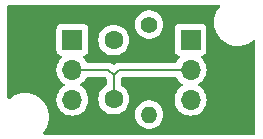
<source format=gbr>
%TF.GenerationSoftware,KiCad,Pcbnew,8.0.5*%
%TF.CreationDate,2024-12-11T17:58:03+10:00*%
%TF.ProjectId,anemometer,616e656d-6f6d-4657-9465-722e6b696361,rev?*%
%TF.SameCoordinates,Original*%
%TF.FileFunction,Copper,L2,Bot*%
%TF.FilePolarity,Positive*%
%FSLAX46Y46*%
G04 Gerber Fmt 4.6, Leading zero omitted, Abs format (unit mm)*
G04 Created by KiCad (PCBNEW 8.0.5) date 2024-12-11 17:58:03*
%MOMM*%
%LPD*%
G01*
G04 APERTURE LIST*
%TA.AperFunction,ComponentPad*%
%ADD10R,1.700000X1.700000*%
%TD*%
%TA.AperFunction,ComponentPad*%
%ADD11O,1.700000X1.700000*%
%TD*%
%TA.AperFunction,ComponentPad*%
%ADD12C,1.400000*%
%TD*%
%TA.AperFunction,ComponentPad*%
%ADD13O,1.400000X1.400000*%
%TD*%
%TA.AperFunction,ComponentPad*%
%ADD14C,1.600000*%
%TD*%
%TA.AperFunction,Conductor*%
%ADD15C,0.200000*%
%TD*%
%ADD16C,0.350000*%
G04 APERTURE END LIST*
D10*
%TO.P,US1881,1,Pin_1*%
%TO.N,VDD*%
X109000000Y-67475000D03*
D11*
%TO.P,US1881,2,Pin_2*%
%TO.N,GND*%
X109000000Y-70015000D03*
%TO.P,US1881,3,Pin_3*%
%TO.N,OUT*%
X109000000Y-72555000D03*
%TD*%
D10*
%TO.P,SIGIN1,1,Pin_1*%
%TO.N,VDD*%
X119000000Y-67475000D03*
D11*
%TO.P,SIGIN1,2,Pin_2*%
%TO.N,GND*%
X119000000Y-70015000D03*
%TO.P,SIGIN1,3,Pin_3*%
%TO.N,OUT*%
X119000000Y-72555000D03*
%TD*%
D12*
%TO.P,R1,1*%
%TO.N,VDD*%
X115500000Y-66190000D03*
D13*
%TO.P,R1,2*%
%TO.N,OUT*%
X115500000Y-73810000D03*
%TD*%
D14*
%TO.P,C1,2*%
%TO.N,VDD*%
X112500000Y-67500000D03*
%TO.P,C1,1*%
%TO.N,GND*%
X112500000Y-72500000D03*
%TD*%
D15*
%TO.N,GND*%
X112985000Y-70015000D02*
X112500000Y-70500000D01*
X112500000Y-72500000D02*
X112500000Y-70500000D01*
X109000000Y-70015000D02*
X112000000Y-70015000D01*
X112015000Y-70015000D02*
X112500000Y-70500000D01*
X119000000Y-70015000D02*
X112985000Y-70015000D01*
%TD*%
%TA.AperFunction,NonConductor*%
G36*
X121442896Y-64520185D02*
G01*
X121488651Y-64572989D01*
X121498595Y-64642147D01*
X121475124Y-64698810D01*
X121312775Y-64915682D01*
X121312770Y-64915690D01*
X121175635Y-65166833D01*
X121075628Y-65434962D01*
X121014804Y-65714566D01*
X120994390Y-65999998D01*
X120994390Y-66000001D01*
X121014804Y-66285433D01*
X121075628Y-66565037D01*
X121075630Y-66565043D01*
X121075631Y-66565046D01*
X121128485Y-66706753D01*
X121175635Y-66833166D01*
X121312770Y-67084309D01*
X121312775Y-67084317D01*
X121484254Y-67313387D01*
X121484270Y-67313405D01*
X121686594Y-67515729D01*
X121686612Y-67515745D01*
X121915682Y-67687224D01*
X121915690Y-67687229D01*
X122166833Y-67824364D01*
X122166832Y-67824364D01*
X122166836Y-67824365D01*
X122166839Y-67824367D01*
X122434954Y-67924369D01*
X122434960Y-67924370D01*
X122434962Y-67924371D01*
X122714566Y-67985195D01*
X122714568Y-67985195D01*
X122714572Y-67985196D01*
X122968220Y-68003337D01*
X122999999Y-68005610D01*
X123000000Y-68005610D01*
X123000001Y-68005610D01*
X123028595Y-68003564D01*
X123285428Y-67985196D01*
X123463367Y-67946488D01*
X123565037Y-67924371D01*
X123565037Y-67924370D01*
X123565046Y-67924369D01*
X123833161Y-67824367D01*
X124084315Y-67687226D01*
X124197705Y-67602343D01*
X124301190Y-67524876D01*
X124366654Y-67500459D01*
X124434927Y-67515311D01*
X124484332Y-67564716D01*
X124499500Y-67624143D01*
X124499500Y-75375500D01*
X124479815Y-75442539D01*
X124427011Y-75488294D01*
X124375500Y-75499500D01*
X106624143Y-75499500D01*
X106557104Y-75479815D01*
X106511349Y-75427011D01*
X106501405Y-75357853D01*
X106524876Y-75301190D01*
X106602343Y-75197705D01*
X106687226Y-75084315D01*
X106824367Y-74833161D01*
X106924369Y-74565046D01*
X106985196Y-74285428D01*
X107005610Y-74000000D01*
X106985196Y-73714572D01*
X106958857Y-73593495D01*
X106924371Y-73434962D01*
X106924370Y-73434960D01*
X106924369Y-73434954D01*
X106824367Y-73166839D01*
X106744025Y-73019705D01*
X106687229Y-72915690D01*
X106687224Y-72915682D01*
X106515745Y-72686612D01*
X106515729Y-72686594D01*
X106313405Y-72484270D01*
X106313387Y-72484254D01*
X106084317Y-72312775D01*
X106084309Y-72312770D01*
X105833166Y-72175635D01*
X105833167Y-72175635D01*
X105725915Y-72135632D01*
X105565046Y-72075631D01*
X105565043Y-72075630D01*
X105565037Y-72075628D01*
X105285433Y-72014804D01*
X105000001Y-71994390D01*
X104999999Y-71994390D01*
X104714566Y-72014804D01*
X104434962Y-72075628D01*
X104166833Y-72175635D01*
X103915690Y-72312770D01*
X103915682Y-72312775D01*
X103698810Y-72475123D01*
X103633346Y-72499540D01*
X103565073Y-72484688D01*
X103515668Y-72435282D01*
X103500500Y-72375856D01*
X103500500Y-70014999D01*
X107644341Y-70014999D01*
X107644341Y-70015000D01*
X107664936Y-70250403D01*
X107664938Y-70250413D01*
X107726094Y-70478655D01*
X107726096Y-70478659D01*
X107726097Y-70478663D01*
X107791227Y-70618334D01*
X107825965Y-70692830D01*
X107825967Y-70692834D01*
X107961501Y-70886395D01*
X107961506Y-70886402D01*
X108128597Y-71053493D01*
X108128603Y-71053498D01*
X108314158Y-71183425D01*
X108357783Y-71238002D01*
X108364977Y-71307500D01*
X108333454Y-71369855D01*
X108314158Y-71386575D01*
X108128597Y-71516505D01*
X107961505Y-71683597D01*
X107825965Y-71877169D01*
X107825964Y-71877171D01*
X107726098Y-72091335D01*
X107726094Y-72091344D01*
X107664938Y-72319586D01*
X107664936Y-72319596D01*
X107644341Y-72554999D01*
X107644341Y-72555000D01*
X107664936Y-72790403D01*
X107664938Y-72790413D01*
X107726094Y-73018655D01*
X107726096Y-73018659D01*
X107726097Y-73018663D01*
X107799146Y-73175316D01*
X107825965Y-73232830D01*
X107825967Y-73232834D01*
X107868269Y-73293247D01*
X107961505Y-73426401D01*
X108128599Y-73593495D01*
X108181545Y-73630568D01*
X108322165Y-73729032D01*
X108322167Y-73729033D01*
X108322170Y-73729035D01*
X108536337Y-73828903D01*
X108764592Y-73890063D01*
X108952918Y-73906539D01*
X108999999Y-73910659D01*
X109000000Y-73910659D01*
X109000001Y-73910659D01*
X109039234Y-73907226D01*
X109235408Y-73890063D01*
X109463663Y-73828903D01*
X109504203Y-73809999D01*
X114294357Y-73809999D01*
X114294357Y-73810000D01*
X114314884Y-74031535D01*
X114314885Y-74031537D01*
X114375769Y-74245523D01*
X114375775Y-74245538D01*
X114474938Y-74444683D01*
X114474943Y-74444691D01*
X114609020Y-74622238D01*
X114773437Y-74772123D01*
X114773439Y-74772125D01*
X114962595Y-74889245D01*
X114962596Y-74889245D01*
X114962599Y-74889247D01*
X115170060Y-74969618D01*
X115388757Y-75010500D01*
X115388759Y-75010500D01*
X115611241Y-75010500D01*
X115611243Y-75010500D01*
X115829940Y-74969618D01*
X116037401Y-74889247D01*
X116226562Y-74772124D01*
X116390981Y-74622236D01*
X116525058Y-74444689D01*
X116624229Y-74245528D01*
X116685115Y-74031536D01*
X116705643Y-73810000D01*
X116685115Y-73588464D01*
X116624229Y-73374472D01*
X116624224Y-73374461D01*
X116525061Y-73175316D01*
X116525056Y-73175308D01*
X116390979Y-72997761D01*
X116226562Y-72847876D01*
X116226560Y-72847874D01*
X116037404Y-72730754D01*
X116037398Y-72730752D01*
X116026918Y-72726692D01*
X115829940Y-72650382D01*
X115611243Y-72609500D01*
X115388757Y-72609500D01*
X115170060Y-72650382D01*
X115076558Y-72686605D01*
X114962601Y-72730752D01*
X114962595Y-72730754D01*
X114773439Y-72847874D01*
X114773437Y-72847876D01*
X114609020Y-72997761D01*
X114474943Y-73175308D01*
X114474938Y-73175316D01*
X114375775Y-73374461D01*
X114375769Y-73374476D01*
X114314885Y-73588462D01*
X114314884Y-73588464D01*
X114294357Y-73809999D01*
X109504203Y-73809999D01*
X109677830Y-73729035D01*
X109871401Y-73593495D01*
X110038495Y-73426401D01*
X110174035Y-73232830D01*
X110273903Y-73018663D01*
X110335063Y-72790408D01*
X110355659Y-72555000D01*
X110335063Y-72319592D01*
X110273903Y-72091337D01*
X110174035Y-71877171D01*
X110153096Y-71847266D01*
X110038494Y-71683597D01*
X109871402Y-71516506D01*
X109871396Y-71516501D01*
X109685842Y-71386575D01*
X109642217Y-71331998D01*
X109635023Y-71262500D01*
X109666546Y-71200145D01*
X109685842Y-71183425D01*
X109708026Y-71167891D01*
X109871401Y-71053495D01*
X110038495Y-70886401D01*
X110174035Y-70692830D01*
X110176707Y-70687097D01*
X110222878Y-70634658D01*
X110289091Y-70615500D01*
X111714903Y-70615500D01*
X111781942Y-70635185D01*
X111802584Y-70651819D01*
X111863181Y-70712416D01*
X111896666Y-70773739D01*
X111899500Y-70800097D01*
X111899500Y-71268306D01*
X111879815Y-71335345D01*
X111846623Y-71369881D01*
X111660859Y-71499953D01*
X111499954Y-71660858D01*
X111369432Y-71847265D01*
X111369431Y-71847267D01*
X111273261Y-72053502D01*
X111273258Y-72053511D01*
X111214366Y-72273302D01*
X111214364Y-72273313D01*
X111194532Y-72499998D01*
X111194532Y-72500001D01*
X111214364Y-72726686D01*
X111214366Y-72726697D01*
X111273258Y-72946488D01*
X111273261Y-72946497D01*
X111369431Y-73152732D01*
X111369432Y-73152734D01*
X111499954Y-73339141D01*
X111660858Y-73500045D01*
X111660861Y-73500047D01*
X111847266Y-73630568D01*
X112053504Y-73726739D01*
X112053509Y-73726740D01*
X112053511Y-73726741D01*
X112106415Y-73740916D01*
X112273308Y-73785635D01*
X112435230Y-73799801D01*
X112499998Y-73805468D01*
X112500000Y-73805468D01*
X112500002Y-73805468D01*
X112556673Y-73800509D01*
X112726692Y-73785635D01*
X112946496Y-73726739D01*
X113152734Y-73630568D01*
X113339139Y-73500047D01*
X113500047Y-73339139D01*
X113630568Y-73152734D01*
X113726739Y-72946496D01*
X113785635Y-72726692D01*
X113805468Y-72500000D01*
X113804128Y-72484688D01*
X113794607Y-72375856D01*
X113785635Y-72273308D01*
X113726739Y-72053504D01*
X113630568Y-71847266D01*
X113500047Y-71660861D01*
X113500045Y-71660858D01*
X113339140Y-71499953D01*
X113153377Y-71369881D01*
X113109752Y-71315304D01*
X113100500Y-71268306D01*
X113100500Y-70800098D01*
X113120185Y-70733059D01*
X113136819Y-70712416D01*
X113197418Y-70651818D01*
X113258742Y-70618334D01*
X113285099Y-70615500D01*
X117710909Y-70615500D01*
X117777948Y-70635185D01*
X117823292Y-70687097D01*
X117825965Y-70692830D01*
X117854134Y-70733059D01*
X117961501Y-70886395D01*
X117961506Y-70886402D01*
X118128597Y-71053493D01*
X118128603Y-71053498D01*
X118314158Y-71183425D01*
X118357783Y-71238002D01*
X118364977Y-71307500D01*
X118333454Y-71369855D01*
X118314158Y-71386575D01*
X118128597Y-71516505D01*
X117961505Y-71683597D01*
X117825965Y-71877169D01*
X117825964Y-71877171D01*
X117726098Y-72091335D01*
X117726094Y-72091344D01*
X117664938Y-72319586D01*
X117664936Y-72319596D01*
X117644341Y-72554999D01*
X117644341Y-72555000D01*
X117664936Y-72790403D01*
X117664938Y-72790413D01*
X117726094Y-73018655D01*
X117726096Y-73018659D01*
X117726097Y-73018663D01*
X117799146Y-73175316D01*
X117825965Y-73232830D01*
X117825967Y-73232834D01*
X117868269Y-73293247D01*
X117961505Y-73426401D01*
X118128599Y-73593495D01*
X118181545Y-73630568D01*
X118322165Y-73729032D01*
X118322167Y-73729033D01*
X118322170Y-73729035D01*
X118536337Y-73828903D01*
X118764592Y-73890063D01*
X118952918Y-73906539D01*
X118999999Y-73910659D01*
X119000000Y-73910659D01*
X119000001Y-73910659D01*
X119039234Y-73907226D01*
X119235408Y-73890063D01*
X119463663Y-73828903D01*
X119677830Y-73729035D01*
X119871401Y-73593495D01*
X120038495Y-73426401D01*
X120174035Y-73232830D01*
X120273903Y-73018663D01*
X120335063Y-72790408D01*
X120355659Y-72555000D01*
X120335063Y-72319592D01*
X120273903Y-72091337D01*
X120174035Y-71877171D01*
X120153096Y-71847266D01*
X120038494Y-71683597D01*
X119871402Y-71516506D01*
X119871396Y-71516501D01*
X119685842Y-71386575D01*
X119642217Y-71331998D01*
X119635023Y-71262500D01*
X119666546Y-71200145D01*
X119685842Y-71183425D01*
X119708026Y-71167891D01*
X119871401Y-71053495D01*
X120038495Y-70886401D01*
X120174035Y-70692830D01*
X120273903Y-70478663D01*
X120335063Y-70250408D01*
X120355659Y-70015000D01*
X120335063Y-69779592D01*
X120286022Y-69596568D01*
X120273905Y-69551344D01*
X120273904Y-69551343D01*
X120273903Y-69551337D01*
X120174035Y-69337171D01*
X120174034Y-69337169D01*
X120038496Y-69143600D01*
X120038495Y-69143599D01*
X119916567Y-69021671D01*
X119883084Y-68960351D01*
X119888068Y-68890659D01*
X119929939Y-68834725D01*
X119960915Y-68817810D01*
X120092331Y-68768796D01*
X120207546Y-68682546D01*
X120293796Y-68567331D01*
X120344091Y-68432483D01*
X120350500Y-68372873D01*
X120350499Y-66577128D01*
X120344091Y-66517517D01*
X120337540Y-66499954D01*
X120293797Y-66382671D01*
X120293793Y-66382664D01*
X120207547Y-66267455D01*
X120207544Y-66267452D01*
X120092335Y-66181206D01*
X120092328Y-66181202D01*
X119957482Y-66130908D01*
X119957483Y-66130908D01*
X119897883Y-66124501D01*
X119897881Y-66124500D01*
X119897873Y-66124500D01*
X119897864Y-66124500D01*
X118102129Y-66124500D01*
X118102123Y-66124501D01*
X118042516Y-66130908D01*
X117907671Y-66181202D01*
X117907664Y-66181206D01*
X117792455Y-66267452D01*
X117792452Y-66267455D01*
X117706206Y-66382664D01*
X117706202Y-66382671D01*
X117655908Y-66517517D01*
X117650800Y-66565037D01*
X117649501Y-66577123D01*
X117649500Y-66577135D01*
X117649500Y-68372870D01*
X117649501Y-68372876D01*
X117655908Y-68432483D01*
X117706202Y-68567328D01*
X117706206Y-68567335D01*
X117792452Y-68682544D01*
X117792455Y-68682547D01*
X117907664Y-68768793D01*
X117907671Y-68768797D01*
X118039081Y-68817810D01*
X118095015Y-68859681D01*
X118119432Y-68925145D01*
X118104580Y-68993418D01*
X118083430Y-69021673D01*
X117961503Y-69143600D01*
X117825965Y-69337170D01*
X117825962Y-69337175D01*
X117823289Y-69342909D01*
X117777115Y-69395346D01*
X117710909Y-69414500D01*
X113071670Y-69414500D01*
X113071654Y-69414499D01*
X113064058Y-69414499D01*
X112905943Y-69414499D01*
X112829579Y-69434961D01*
X112753214Y-69455423D01*
X112753209Y-69455426D01*
X112616285Y-69534478D01*
X112587677Y-69563085D01*
X112526353Y-69596568D01*
X112456661Y-69591582D01*
X112412317Y-69563082D01*
X112383718Y-69534483D01*
X112383716Y-69534481D01*
X112246785Y-69455423D01*
X112094057Y-69414499D01*
X111935943Y-69414499D01*
X111928347Y-69414499D01*
X111928331Y-69414500D01*
X110289091Y-69414500D01*
X110222052Y-69394815D01*
X110176711Y-69342909D01*
X110174037Y-69337175D01*
X110174034Y-69337170D01*
X110174033Y-69337169D01*
X110038495Y-69143599D01*
X109916567Y-69021671D01*
X109883084Y-68960351D01*
X109888068Y-68890659D01*
X109929939Y-68834725D01*
X109960915Y-68817810D01*
X110092331Y-68768796D01*
X110207546Y-68682546D01*
X110293796Y-68567331D01*
X110344091Y-68432483D01*
X110350500Y-68372873D01*
X110350500Y-67499998D01*
X111194532Y-67499998D01*
X111194532Y-67500001D01*
X111214364Y-67726686D01*
X111214366Y-67726697D01*
X111273258Y-67946488D01*
X111273261Y-67946497D01*
X111369431Y-68152732D01*
X111369432Y-68152734D01*
X111499954Y-68339141D01*
X111660858Y-68500045D01*
X111660861Y-68500047D01*
X111847266Y-68630568D01*
X112053504Y-68726739D01*
X112273308Y-68785635D01*
X112435230Y-68799801D01*
X112499998Y-68805468D01*
X112500000Y-68805468D01*
X112500002Y-68805468D01*
X112556673Y-68800509D01*
X112726692Y-68785635D01*
X112946496Y-68726739D01*
X113152734Y-68630568D01*
X113339139Y-68500047D01*
X113500047Y-68339139D01*
X113630568Y-68152734D01*
X113726739Y-67946496D01*
X113785635Y-67726692D01*
X113803292Y-67524876D01*
X113805468Y-67500001D01*
X113805468Y-67499998D01*
X113785635Y-67273313D01*
X113785635Y-67273308D01*
X113726739Y-67053504D01*
X113630568Y-66847266D01*
X113500047Y-66660861D01*
X113500045Y-66660858D01*
X113339141Y-66499954D01*
X113152734Y-66369432D01*
X113152732Y-66369431D01*
X112946497Y-66273261D01*
X112946488Y-66273258D01*
X112726697Y-66214366D01*
X112726693Y-66214365D01*
X112726692Y-66214365D01*
X112726691Y-66214364D01*
X112726686Y-66214364D01*
X112500002Y-66194532D01*
X112499998Y-66194532D01*
X112273313Y-66214364D01*
X112273302Y-66214366D01*
X112053511Y-66273258D01*
X112053502Y-66273261D01*
X111847267Y-66369431D01*
X111847265Y-66369432D01*
X111660858Y-66499954D01*
X111499954Y-66660858D01*
X111369432Y-66847265D01*
X111369431Y-66847267D01*
X111273261Y-67053502D01*
X111273258Y-67053511D01*
X111214366Y-67273302D01*
X111214364Y-67273313D01*
X111194532Y-67499998D01*
X110350500Y-67499998D01*
X110350499Y-66577128D01*
X110344091Y-66517517D01*
X110337540Y-66499954D01*
X110293797Y-66382671D01*
X110293793Y-66382664D01*
X110207547Y-66267455D01*
X110207544Y-66267452D01*
X110104081Y-66189999D01*
X114294357Y-66189999D01*
X114294357Y-66190000D01*
X114314884Y-66411535D01*
X114314885Y-66411537D01*
X114375769Y-66625523D01*
X114375775Y-66625538D01*
X114474938Y-66824683D01*
X114474943Y-66824691D01*
X114609020Y-67002238D01*
X114773437Y-67152123D01*
X114773439Y-67152125D01*
X114962595Y-67269245D01*
X114962596Y-67269245D01*
X114962599Y-67269247D01*
X115170060Y-67349618D01*
X115388757Y-67390500D01*
X115388759Y-67390500D01*
X115611241Y-67390500D01*
X115611243Y-67390500D01*
X115829940Y-67349618D01*
X116037401Y-67269247D01*
X116226562Y-67152124D01*
X116390981Y-67002236D01*
X116525058Y-66824689D01*
X116624229Y-66625528D01*
X116685115Y-66411536D01*
X116705643Y-66190000D01*
X116685115Y-65968464D01*
X116624229Y-65754472D01*
X116624224Y-65754461D01*
X116525061Y-65555316D01*
X116525056Y-65555308D01*
X116390979Y-65377761D01*
X116226562Y-65227876D01*
X116226560Y-65227874D01*
X116037404Y-65110754D01*
X116037398Y-65110752D01*
X115829940Y-65030382D01*
X115611243Y-64989500D01*
X115388757Y-64989500D01*
X115170060Y-65030382D01*
X115050804Y-65076582D01*
X114962601Y-65110752D01*
X114962595Y-65110754D01*
X114773439Y-65227874D01*
X114773437Y-65227876D01*
X114609020Y-65377761D01*
X114474943Y-65555308D01*
X114474938Y-65555316D01*
X114375775Y-65754461D01*
X114375769Y-65754476D01*
X114314885Y-65968462D01*
X114314884Y-65968464D01*
X114294357Y-66189999D01*
X110104081Y-66189999D01*
X110092335Y-66181206D01*
X110092328Y-66181202D01*
X109957482Y-66130908D01*
X109957483Y-66130908D01*
X109897883Y-66124501D01*
X109897881Y-66124500D01*
X109897873Y-66124500D01*
X109897864Y-66124500D01*
X108102129Y-66124500D01*
X108102123Y-66124501D01*
X108042516Y-66130908D01*
X107907671Y-66181202D01*
X107907664Y-66181206D01*
X107792455Y-66267452D01*
X107792452Y-66267455D01*
X107706206Y-66382664D01*
X107706202Y-66382671D01*
X107655908Y-66517517D01*
X107650800Y-66565037D01*
X107649501Y-66577123D01*
X107649500Y-66577135D01*
X107649500Y-68372870D01*
X107649501Y-68372876D01*
X107655908Y-68432483D01*
X107706202Y-68567328D01*
X107706206Y-68567335D01*
X107792452Y-68682544D01*
X107792455Y-68682547D01*
X107907664Y-68768793D01*
X107907671Y-68768797D01*
X108039081Y-68817810D01*
X108095015Y-68859681D01*
X108119432Y-68925145D01*
X108104580Y-68993418D01*
X108083430Y-69021673D01*
X107961503Y-69143600D01*
X107825965Y-69337169D01*
X107825964Y-69337171D01*
X107726098Y-69551335D01*
X107726094Y-69551344D01*
X107664938Y-69779586D01*
X107664936Y-69779596D01*
X107644341Y-70014999D01*
X103500500Y-70014999D01*
X103500500Y-64624500D01*
X103520185Y-64557461D01*
X103572989Y-64511706D01*
X103624500Y-64500500D01*
X121375857Y-64500500D01*
X121442896Y-64520185D01*
G37*
%TD.AperFunction*%
D16*
X109000000Y-67475000D03*
X109000000Y-70015000D03*
X109000000Y-72555000D03*
X119000000Y-67475000D03*
X119000000Y-70015000D03*
X119000000Y-72555000D03*
X115500000Y-66190000D03*
X115500000Y-73810000D03*
X112500000Y-67500000D03*
X112500000Y-72500000D03*
M02*

</source>
